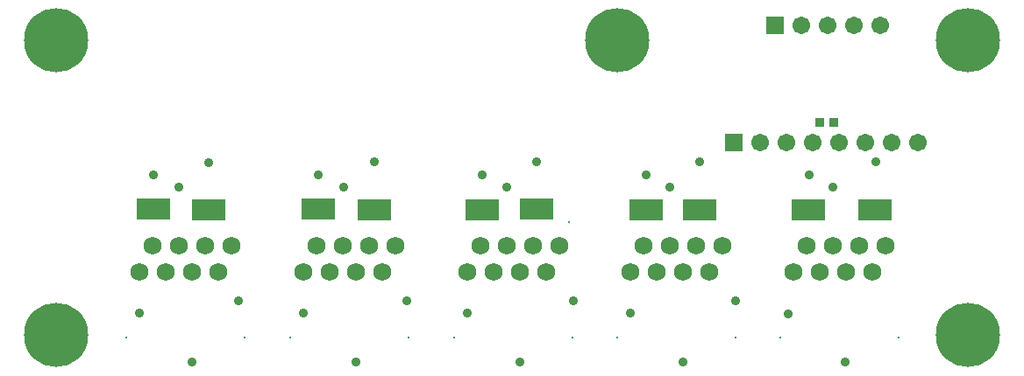
<source format=gbs>
G04*
G04 #@! TF.GenerationSoftware,Altium Limited,CircuitStudio,1.5.2 (1.5.2.30)*
G04*
G04 Layer_Color=16711935*
%FSLAX25Y25*%
%MOIN*%
G70*
G01*
G75*
%ADD27C,0.24422*%
%ADD28R,0.06706X0.06706*%
%ADD29C,0.06706*%
%ADD30C,0.06800*%
%ADD31C,0.00800*%
%ADD32C,0.03556*%
%ADD33R,0.12611X0.03950*%
%ADD34R,0.03800X0.03800*%
D27*
X432571Y112500D02*
D03*
X86114Y224705D02*
D03*
Y112500D02*
D03*
X299362Y224705D02*
D03*
X432571D02*
D03*
D28*
X343595Y185728D02*
D03*
X359343Y230610D02*
D03*
D29*
X353594Y185728D02*
D03*
X363595D02*
D03*
X373594D02*
D03*
X383594D02*
D03*
X393595D02*
D03*
X403594D02*
D03*
X413594D02*
D03*
X399342Y230610D02*
D03*
X389342D02*
D03*
X379343D02*
D03*
X369342D02*
D03*
D30*
X309370Y146468D02*
D03*
X314370Y136469D02*
D03*
X319370Y146468D02*
D03*
X324370Y136469D02*
D03*
X329370Y146468D02*
D03*
X334370Y136469D02*
D03*
X304370D02*
D03*
X339370Y146468D02*
D03*
X247413D02*
D03*
X252413Y136469D02*
D03*
X257413Y146468D02*
D03*
X262413Y136469D02*
D03*
X267413Y146468D02*
D03*
X272413Y136469D02*
D03*
X242413D02*
D03*
X277413Y146468D02*
D03*
X184957D02*
D03*
X189957Y136469D02*
D03*
X194957Y146468D02*
D03*
X199957Y136469D02*
D03*
X204957Y146468D02*
D03*
X209957Y136469D02*
D03*
X179957D02*
D03*
X214957Y146468D02*
D03*
X122500D02*
D03*
X127500Y136469D02*
D03*
X132500Y146468D02*
D03*
X137500Y136469D02*
D03*
X142500Y146468D02*
D03*
X147500Y136469D02*
D03*
X117500D02*
D03*
X152500Y146468D02*
D03*
X371327D02*
D03*
X376327Y136469D02*
D03*
X381327Y146468D02*
D03*
X386327Y136469D02*
D03*
X391327Y146468D02*
D03*
X396327Y136469D02*
D03*
X366327D02*
D03*
X401327Y146468D02*
D03*
D31*
X299362Y111469D02*
D03*
X344370D02*
D03*
X237405D02*
D03*
X282413D02*
D03*
X174949D02*
D03*
X219957D02*
D03*
X112492D02*
D03*
X157500D02*
D03*
X361319D02*
D03*
X406327D02*
D03*
X280996Y155413D02*
D03*
D32*
X257374Y168799D02*
D03*
X319185D02*
D03*
X195169D02*
D03*
X381390D02*
D03*
X132571D02*
D03*
X324370Y102331D02*
D03*
X262413Y102342D02*
D03*
X199894Y102264D02*
D03*
X179957Y120768D02*
D03*
X137650Y102302D02*
D03*
X304370Y120768D02*
D03*
X242413D02*
D03*
X364461Y120635D02*
D03*
X117500Y120768D02*
D03*
X386114Y102264D02*
D03*
X344382Y125492D02*
D03*
X282571D02*
D03*
X219185D02*
D03*
X155405D02*
D03*
X123122Y173524D02*
D03*
X372335D02*
D03*
X185721D02*
D03*
X247925D02*
D03*
X310130D02*
D03*
X143988Y178248D02*
D03*
X397532Y178642D02*
D03*
X206980Y178642D02*
D03*
X268791D02*
D03*
X330602Y178538D02*
D03*
D33*
X397138Y162138D02*
D03*
Y158138D02*
D03*
X371941Y162138D02*
D03*
Y158138D02*
D03*
X330764Y162276D02*
D03*
Y158276D02*
D03*
X310130Y162138D02*
D03*
Y158138D02*
D03*
X268791Y162531D02*
D03*
Y158531D02*
D03*
X247925Y162138D02*
D03*
Y158138D02*
D03*
X206850Y162276D02*
D03*
Y158276D02*
D03*
X185721Y162531D02*
D03*
Y158531D02*
D03*
X143988Y162138D02*
D03*
Y158138D02*
D03*
X123122Y162531D02*
D03*
Y158531D02*
D03*
D34*
X381784Y193602D02*
D03*
X376284D02*
D03*
M02*

</source>
